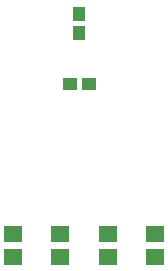
<source format=gtp>
G04*
G04 #@! TF.GenerationSoftware,Altium Limited,Altium Designer,25.2.1 (25)*
G04*
G04 Layer_Color=8421504*
%FSLAX44Y44*%
%MOMM*%
G71*
G04*
G04 #@! TF.SameCoordinates,812CEA7C-EAD6-410B-90F9-CE58292C2D17*
G04*
G04*
G04 #@! TF.FilePolarity,Positive*
G04*
G01*
G75*
%ADD12R,1.5500X1.3500*%
%ADD13R,1.2065X1.0582*%
%ADD14R,1.0582X1.2065*%
D12*
X224000Y63750D02*
D03*
Y44250D02*
D03*
X104000Y63750D02*
D03*
Y44250D02*
D03*
X144000Y63750D02*
D03*
Y44250D02*
D03*
X184000Y63750D02*
D03*
Y44250D02*
D03*
D13*
X151741Y190000D02*
D03*
X168259D02*
D03*
D14*
X160000Y233483D02*
D03*
Y250000D02*
D03*
M02*

</source>
